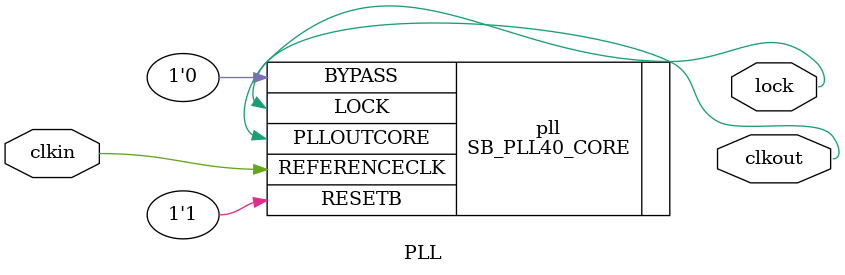
<source format=v>
module PLL (clkin, clkout, lock);
    input clkin;
    output clkout;
    output lock;
 
/* icepll for 26MHz gives
F_PFD: 12.000MHz
F_VCO: 828.000 MHz
DIVR: 4'b0000
DIVF: 7'b1000100
DIVQ: 3'101
FILTER_RANGE: 3'b001
*/

    SB_PLL40_CORE pll(
        .RESETB(1'b1),
        .BYPASS(1'b0),
        .REFERENCECLK(clkin),
        .PLLOUTCORE(clkout),
        .LOCK(lock)
    );

defparam pll.FEEDBACK_PATH = "SIMPLE";
defparam pll.DIVR = 4'b0000;
defparam pll.DIVF = 7'b1000100;
defparam pll.DIVQ = 3'b101;
defparam pll.FILTER_RANGE = 3'b001;

endmodule
</source>
